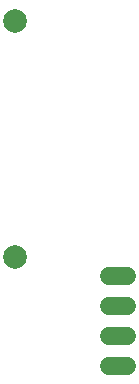
<source format=gbr>
G04 EAGLE Gerber RS-274X export*
G75*
%MOMM*%
%FSLAX34Y34*%
%LPD*%
%INBottom Copper*%
%IPPOS*%
%AMOC8*
5,1,8,0,0,1.08239X$1,22.5*%
G01*
%ADD10C,1.524000*%
%ADD11C,2.000000*%


D10*
X244520Y1684400D02*
X229280Y1684400D01*
X229280Y1659000D02*
X244520Y1659000D01*
X244520Y1633600D02*
X229280Y1633600D01*
X229280Y1608200D02*
X244520Y1608200D01*
D11*
X150000Y1900350D03*
X150000Y1700150D03*
M02*

</source>
